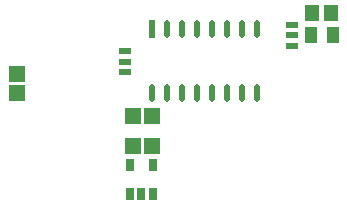
<source format=gbp>
G04 Layer_Color=16770453*
%FSLAX24Y24*%
%MOIN*%
G70*
G01*
G75*
%ADD12R,0.0532X0.0571*%
%ADD19R,0.0413X0.0571*%
%ADD20R,0.0217X0.0591*%
%ADD21O,0.0217X0.0591*%
%ADD22R,0.0512X0.0571*%
%ADD23R,0.0256X0.0433*%
%ADD24R,0.0400X0.0200*%
%ADD25R,0.0571X0.0532*%
D12*
X29895Y33700D02*
D03*
X29245D02*
D03*
X29890Y34700D02*
D03*
X29240D02*
D03*
D19*
X35186Y37400D02*
D03*
X35914D02*
D03*
D20*
X29900Y37600D02*
D03*
D21*
X30400D02*
D03*
X30900D02*
D03*
X31400D02*
D03*
X31900D02*
D03*
X32400D02*
D03*
X32900D02*
D03*
X33400D02*
D03*
X29900Y35474D02*
D03*
X30400D02*
D03*
X30900D02*
D03*
X31400D02*
D03*
X31900D02*
D03*
X32400D02*
D03*
X32900D02*
D03*
X33400D02*
D03*
D22*
X35865Y38150D02*
D03*
X35235D02*
D03*
D23*
X29904Y32128D02*
D03*
X29530D02*
D03*
X29156D02*
D03*
Y33072D02*
D03*
X29904D02*
D03*
D24*
X34550Y37060D02*
D03*
Y37410D02*
D03*
Y37760D02*
D03*
X28970Y36170D02*
D03*
Y36520D02*
D03*
Y36870D02*
D03*
D25*
X25380Y35465D02*
D03*
Y36115D02*
D03*
M02*

</source>
